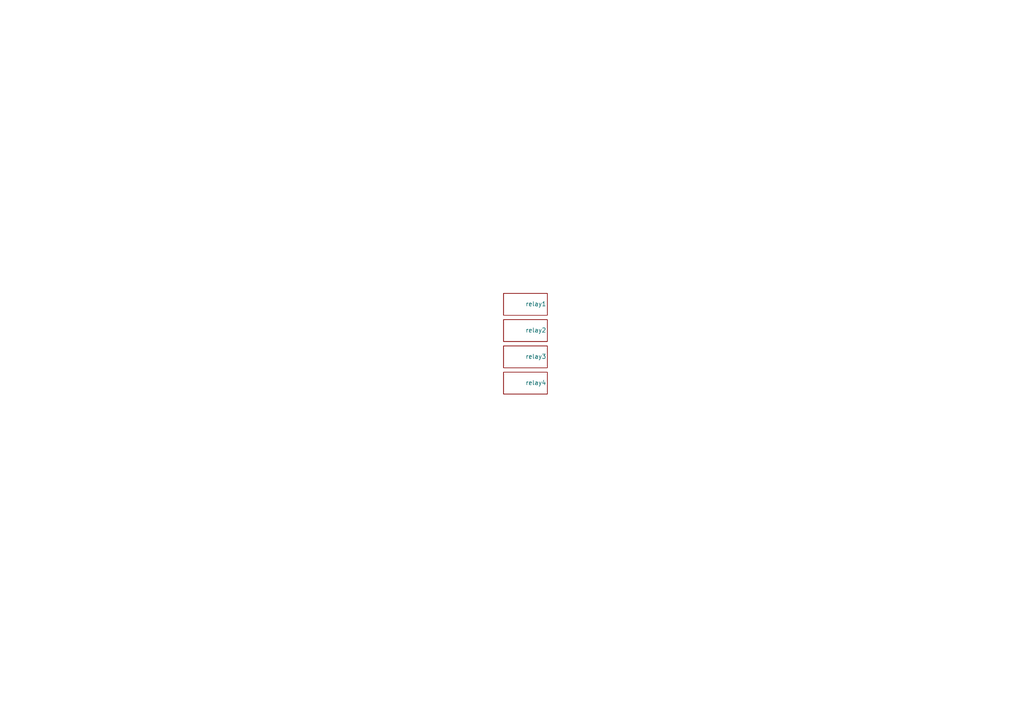
<source format=kicad_sch>
(kicad_sch
	(version 20231120)
	(generator "eeschema")
	(generator_version "8.0")
	(uuid "5b0fb525-835e-4f66-9891-1c410863fb00")
	(paper "A4")
	(lib_symbols)
	(sheet
		(at 146.05 100.33)
		(size 12.7 6.35)
		(stroke
			(width 0.1524)
			(type solid)
		)
		(fill
			(color 0 0 0 0.0000)
		)
		(uuid "4a64d39f-7303-4512-9bf7-1f61fbe4f4f6")
		(property "Sheetname" "relay3"
			(at 152.4 104.14 0)
			(effects
				(font
					(size 1.27 1.27)
				)
				(justify left bottom)
			)
		)
		(property "Sheetfile" "relay.kicad_sch"
			(at 146.05 119.9646 0)
			(effects
				(font
					(size 1.27 1.27)
				)
				(justify left top)
				(hide yes)
			)
		)
		(instances
			(project "insulFrogExtensionSMD"
				(path "/5b0fb525-835e-4f66-9891-1c410863fb00"
					(page "4")
				)
			)
		)
	)
	(sheet
		(at 146.05 107.95)
		(size 12.7 6.35)
		(stroke
			(width 0.1524)
			(type solid)
		)
		(fill
			(color 0 0 0 0.0000)
		)
		(uuid "5742f9e9-c381-46cb-ba62-fb480c30a325")
		(property "Sheetname" "relay4"
			(at 152.4 111.76 0)
			(effects
				(font
					(size 1.27 1.27)
				)
				(justify left bottom)
			)
		)
		(property "Sheetfile" "relay.kicad_sch"
			(at 146.05 127.5846 0)
			(effects
				(font
					(size 1.27 1.27)
				)
				(justify left top)
				(hide yes)
			)
		)
		(instances
			(project "insulFrogExtensionSMD"
				(path "/5b0fb525-835e-4f66-9891-1c410863fb00"
					(page "5")
				)
			)
		)
	)
	(sheet
		(at 146.05 92.71)
		(size 12.7 6.35)
		(stroke
			(width 0.1524)
			(type solid)
		)
		(fill
			(color 0 0 0 0.0000)
		)
		(uuid "5b678fea-bddc-48cc-88a8-d68fb55c6257")
		(property "Sheetname" "relay2"
			(at 152.4 96.52 0)
			(effects
				(font
					(size 1.27 1.27)
				)
				(justify left bottom)
			)
		)
		(property "Sheetfile" "relay.kicad_sch"
			(at 146.05 112.3446 0)
			(effects
				(font
					(size 1.27 1.27)
				)
				(justify left top)
				(hide yes)
			)
		)
		(instances
			(project "insulFrogExtensionSMD"
				(path "/5b0fb525-835e-4f66-9891-1c410863fb00"
					(page "3")
				)
			)
		)
	)
	(sheet
		(at 146.05 85.09)
		(size 12.7 6.35)
		(stroke
			(width 0.1524)
			(type solid)
		)
		(fill
			(color 0 0 0 0.0000)
		)
		(uuid "d250d176-1333-47e9-90e9-e5af1efe7d1b")
		(property "Sheetname" "relay1"
			(at 152.4 88.9 0)
			(effects
				(font
					(size 1.27 1.27)
				)
				(justify left bottom)
			)
		)
		(property "Sheetfile" "relay.kicad_sch"
			(at 146.05 104.7246 0)
			(effects
				(font
					(size 1.27 1.27)
				)
				(justify left top)
				(hide yes)
			)
		)
		(instances
			(project "insulFrogExtensionSMD"
				(path "/5b0fb525-835e-4f66-9891-1c410863fb00"
					(page "2")
				)
			)
		)
	)
	(sheet_instances
		(path "/"
			(page "1")
		)
	)
)

</source>
